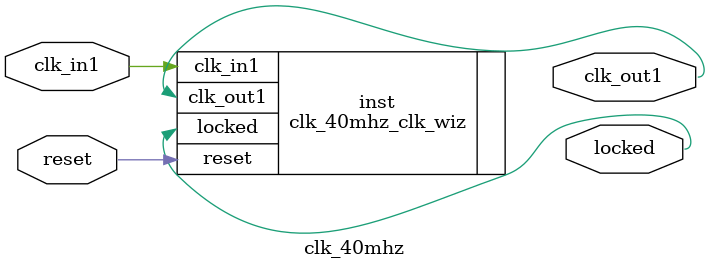
<source format=v>


`timescale 1ps/1ps

(* CORE_GENERATION_INFO = "clk_40mhz,clk_wiz_v6_0_5_0_0,{component_name=clk_40mhz,use_phase_alignment=true,use_min_o_jitter=false,use_max_i_jitter=false,use_dyn_phase_shift=false,use_inclk_switchover=false,use_dyn_reconfig=false,enable_axi=0,feedback_source=FDBK_AUTO,PRIMITIVE=MMCM,num_out_clk=1,clkin1_period=10.000,clkin2_period=10.000,use_power_down=false,use_reset=true,use_locked=true,use_inclk_stopped=false,feedback_type=SINGLE,CLOCK_MGR_TYPE=NA,manual_override=false}" *)

module clk_40mhz 
 (
  // Clock out ports
  output        clk_out1,
  // Status and control signals
  input         reset,
  output        locked,
 // Clock in ports
  input         clk_in1
 );

  clk_40mhz_clk_wiz inst
  (
  // Clock out ports  
  .clk_out1(clk_out1),
  // Status and control signals               
  .reset(reset), 
  .locked(locked),
 // Clock in ports
  .clk_in1(clk_in1)
  );

endmodule

</source>
